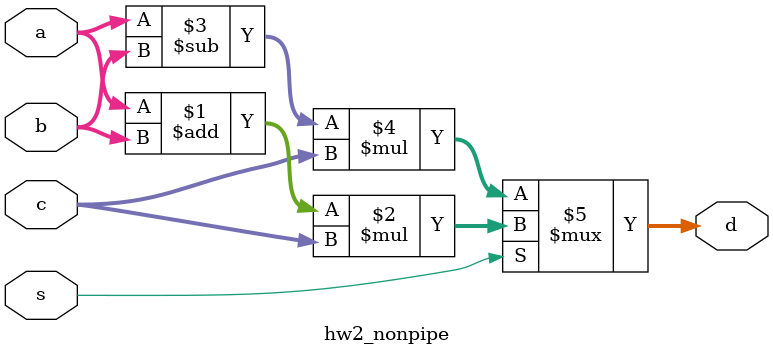
<source format=v>
module hw2_nonpipe(
    input  [7:0] a, b, c, 
    input  s,   
    output [15:0] d   
);
    assign d = (s) ? (a+b)*c : (a-b)*c;
endmodule

</source>
